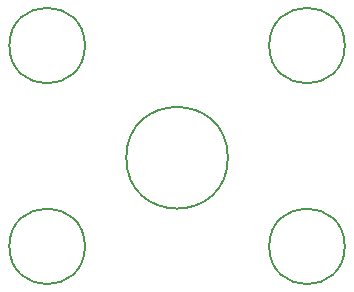
<source format=gbr>
%TF.GenerationSoftware,KiCad,Pcbnew,9.0.0*%
%TF.CreationDate,2025-03-01T23:02:35+01:00*%
%TF.ProjectId,vcore3-molex-shelf,76636f72-6533-42d6-9d6f-6c65782d7368,rev?*%
%TF.SameCoordinates,Original*%
%TF.FileFunction,Other,Comment*%
%FSLAX46Y46*%
G04 Gerber Fmt 4.6, Leading zero omitted, Abs format (unit mm)*
G04 Created by KiCad (PCBNEW 9.0.0) date 2025-03-01 23:02:35*
%MOMM*%
%LPD*%
G01*
G04 APERTURE LIST*
%ADD10C,0.150000*%
G04 APERTURE END LIST*
D10*
%TO.C,REF\u002A\u002A*%
X168200000Y-105000000D02*
G75*
G02*
X161800000Y-105000000I-3200000J0D01*
G01*
X161800000Y-105000000D02*
G75*
G02*
X168200000Y-105000000I3200000J0D01*
G01*
X190200000Y-122000000D02*
G75*
G02*
X183800000Y-122000000I-3200000J0D01*
G01*
X183800000Y-122000000D02*
G75*
G02*
X190200000Y-122000000I3200000J0D01*
G01*
X190200000Y-105000000D02*
G75*
G02*
X183800000Y-105000000I-3200000J0D01*
G01*
X183800000Y-105000000D02*
G75*
G02*
X190200000Y-105000000I3200000J0D01*
G01*
X180300000Y-114500000D02*
G75*
G02*
X171700000Y-114500000I-4300000J0D01*
G01*
X171700000Y-114500000D02*
G75*
G02*
X180300000Y-114500000I4300000J0D01*
G01*
X168200000Y-122000000D02*
G75*
G02*
X161800000Y-122000000I-3200000J0D01*
G01*
X161800000Y-122000000D02*
G75*
G02*
X168200000Y-122000000I3200000J0D01*
G01*
%TD*%
M02*

</source>
